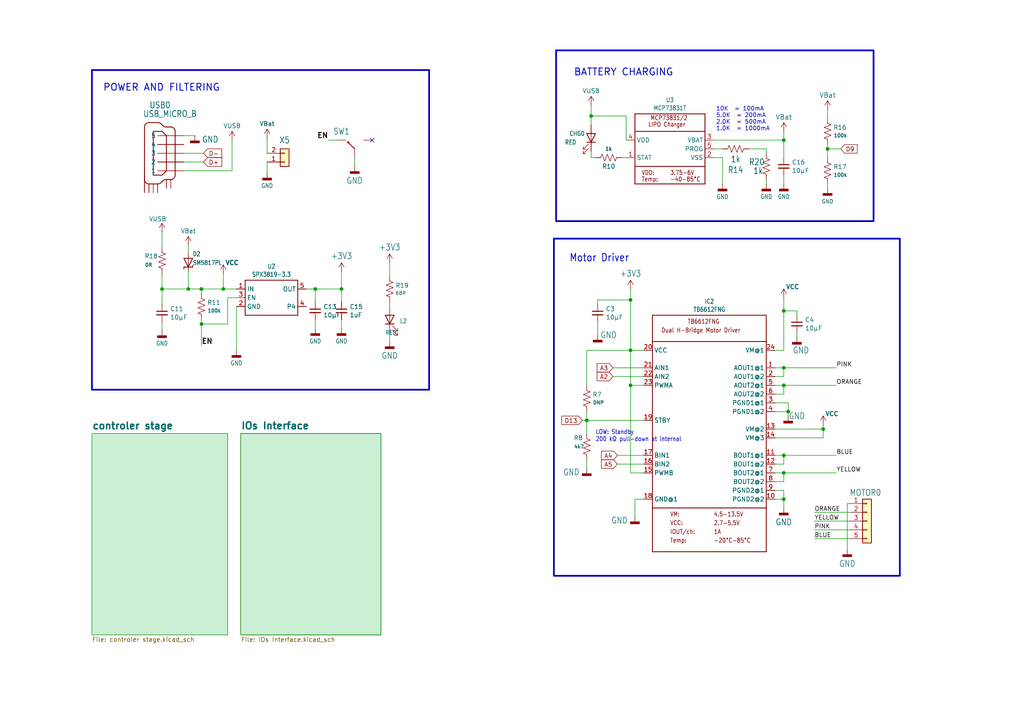
<source format=kicad_sch>
(kicad_sch (version 20250114) (generator "eeschema") (generator_version "9.0")
  (paper "A4")
  (lib_symbols
    (symbol "Connector_Generic:Conn_01x02" (pin_names (offset 1.016) (hide yes))
      (property "Reference" "J" (at 0 2.54 0))
      (property "Value" "Conn_01x02" (at 0 -5.08 0))
      (symbol "Conn_01x02_1_1"
        (rectangle (start -1.27 1.27) (end 1.27 -3.81) (stroke (width 0.254)) (fill (type background)))
        (rectangle (start -1.27 0.127) (end 0 -0.127) (stroke (width 0.1524)))
        (rectangle (start -1.27 -2.413) (end 0 -2.667) (stroke (width 0.1524)))
        (pin passive line (at -5.08 0 0) (length 3.81) (name "Pin_1") (number "1"))
        (pin passive line (at -5.08 -2.54 0) (length 3.81) (name "Pin_2") (number "2"))
      )
    )
    (symbol "Connector_Generic:Conn_01x05" (pin_names (offset 1.016) (hide yes))
      (property "Reference" "J" (at 0 7.62 0))
      (property "Value" "Conn_01x05" (at 0 -7.62 0))
      (symbol "Conn_01x05_1_1"
        (rectangle (start -1.27 6.35) (end 1.27 -6.35) (stroke (width 0.254)) (fill (type background)))
        (rectangle (start -1.27 5.207) (end 0 4.953) (stroke (width 0.1524)))
        (rectangle (start -1.27 2.667) (end 0 2.413) (stroke (width 0.1524)))
        (rectangle (start -1.27 0.127) (end 0 -0.127) (stroke (width 0.1524)))
        (rectangle (start -1.27 -2.413) (end 0 -2.667) (stroke (width 0.1524)))
        (rectangle (start -1.27 -4.953) (end 0 -5.207) (stroke (width 0.1524)))
        (pin passive line (at -5.08 5.08 0) (length 3.81) (name "Pin_1") (number "1"))
        (pin passive line (at -5.08 2.54 0) (length 3.81) (name "Pin_2") (number "2"))
        (pin passive line (at -5.08 0 0) (length 3.81) (name "Pin_3") (number "3"))
        (pin passive line (at -5.08 -2.54 0) (length 3.81) (name "Pin_4") (number "4"))
        (pin passive line (at -5.08 -5.08 0) (length 3.81) (name "Pin_5") (number "5"))
      )
    )
    (symbol "Device:C_Small" (pin_numbers (hide yes)) (pin_names (offset 0.254) (hide yes))
      (property "Reference" "C" (at 0.254 1.778 0))
      (property "Value" "C_Small" (at 0.254 -2.032 0))
      (symbol "C_Small_0_1"
        (polyline (pts (xy -1.524 0.508) (xy 1.524 0.508)) (stroke (width 0.3048)))
        (polyline (pts (xy -1.524 -0.508) (xy 1.524 -0.508)) (stroke (width 0.3302)))
      )
      (symbol "C_Small_1_1"
        (pin passive line (at 0 2.54 270) (length 2.032) (name "~") (number "1"))
        (pin passive line (at 0 -2.54 90) (length 2.032) (name "~") (number "2"))
      )
    )
    (symbol "Device:LED" (pin_numbers (hide yes)) (pin_names (offset 1.016) (hide yes))
      (property "Reference" "D" (at 0 2.54 0))
      (property "Value" "LED" (at 0 -2.54 0))
      (symbol "LED_0_1"
        (polyline (pts (xy -3.048 -0.762) (xy -4.572 -2.286) (xy -3.81 -2.286) (xy -4.572 -2.286) (xy -4.572 -1.524)))
        (polyline (pts (xy -1.778 -0.762) (xy -3.302 -2.286) (xy -2.54 -2.286) (xy -3.302 -2.286) (xy -3.302 -1.524)))
        (polyline (pts (xy -1.27 0) (xy 1.27 0)))
        (polyline (pts (xy -1.27 -1.27) (xy -1.27 1.27)) (stroke (width 0.254)))
        (polyline (pts (xy 1.27 -1.27) (xy 1.27 1.27) (xy -1.27 0) (xy 1.27 -1.27)) (stroke (width 0.254)))
      )
      (symbol "LED_1_1"
        (pin passive line (at -3.81 0 0) (length 2.54) (name "K") (number "1"))
        (pin passive line (at 3.81 0 180) (length 2.54) (name "A") (number "2"))
      )
    )
    (symbol "Device:R_US" (pin_numbers (hide yes)) (pin_names (offset 0))
      (property "Reference" "R" (at 2.54 0 90))
      (property "Value" "R_US" (at -2.54 0 90))
      (symbol "R_US_0_1"
        (polyline (pts (xy 0 2.286) (xy 0 2.54)))
        (polyline (pts (xy 0 2.286) (xy 1.016 1.905) (xy 0 1.524) (xy -1.016 1.143) (xy 0 0.762)))
        (polyline (pts (xy 0 0.762) (xy 1.016 0.381) (xy 0 0) (xy -1.016 -0.381) (xy 0 -0.762)))
        (polyline (pts (xy 0 -0.762) (xy 1.016 -1.143) (xy 0 -1.524) (xy -1.016 -1.905) (xy 0 -2.286)))
        (polyline (pts (xy 0 -2.286) (xy 0 -2.54)))
      )
      (symbol "R_US_1_1"
        (pin passive line (at 0 3.81 270) (length 1.27) (name "~") (number "1"))
        (pin passive line (at 0 -3.81 90) (length 1.27) (name "~") (number "2"))
      )
    )
    (symbol "FED3_v7.3 SymLib:DIODE-SCHOTTKYSOD-123"
      (property "Reference" "D" (at 0 2.54 0))
      (symbol "DIODE-SCHOTTKYSOD-123_1_0"
        (polyline (pts (xy -1.27 1.27) (xy -1.27 -1.27)) (stroke (width 0.254)))
        (polyline (pts (xy -1.27 -1.27) (xy 1.27 0)) (stroke (width 0.254)))
        (polyline (pts (xy 1.27 1.27) (xy 0.762 1.27)) (stroke (width 0.254)))
        (polyline (pts (xy 1.27 1.27) (xy 1.27 0)) (stroke (width 0.254)))
        (polyline (pts (xy 1.27 0) (xy -1.27 1.27)) (stroke (width 0.254)))
        (polyline (pts (xy 1.27 0) (xy 1.27 -1.27)) (stroke (width 0.254)))
        (polyline (pts (xy 1.27 -1.27) (xy 1.778 -1.27)) (stroke (width 0.254)))
        (pin passive line (at -2.54 0 0) (length 2.54) (name "A") (number "2"))
        (pin passive line (at 2.54 0 180) (length 2.54) (name "K") (number "1"))
      )
    )
    (symbol "FED3_v7.3 SymLib:MCP73831/2"
      (property "Reference" "U" (at -10.16 11.43 0))
      (symbol "MCP73831/2_1_0"
        (polyline (pts (xy -10.16 10.16) (xy -10.16 5.08)) (stroke (width 0.254)))
        (polyline (pts (xy -10.16 10.16) (xy 10.16 10.16)) (stroke (width 0.254)))
        (polyline (pts (xy -10.16 5.08) (xy 10.16 5.08)) (stroke (width 0.254)))
        (polyline (pts (xy -10.16 -5.08) (xy -10.16 5.08)) (stroke (width 0.254)))
        (polyline (pts (xy -10.16 -5.08) (xy -10.16 -10.16)) (stroke (width 0.254)))
        (polyline (pts (xy 10.16 10.16) (xy 10.16 5.08)) (stroke (width 0.254)))
        (polyline (pts (xy 10.16 5.08) (xy 10.16 -5.08)) (stroke (width 0.254)))
        (polyline (pts (xy 10.16 -5.08) (xy -10.16 -5.08)) (stroke (width 0.254)))
        (polyline (pts (xy 10.16 -5.08) (xy 10.16 -10.16)) (stroke (width 0.254)))
        (polyline (pts (xy 10.16 -10.16) (xy -10.16 -10.16)) (stroke (width 0.254)))
        (text "VDD:" (at -8.255 -7.62 0) (effects (font (size 1.27 1.0795)) (justify left bottom)))
        (text "Temp:" (at -8.255 -9.525 0) (effects (font (size 1.27 1.0795)) (justify left bottom)))
        (text "LIPO Charger" (at -6.35 6.35 0) (effects (font (size 1.27 1.0795)) (justify left bottom)))
        (text "MCP73831/2" (at -5.715 8.255 0) (effects (font (size 1.27 1.0795)) (justify left bottom)))
        (text "3.75-6V" (at 0 -7.62 0) (effects (font (size 1.27 1.0795)) (justify left bottom)))
        (text "-40-85°C" (at 0 -9.525 0) (effects (font (size 1.27 1.0795)) (justify left bottom)))
        (pin power_in line (at -12.7 2.54 0) (length 2.54) (name "VDD") (number "4"))
        (pin output line (at -12.7 -2.54 0) (length 2.54) (name "STAT") (number "1"))
        (pin power_in line (at 12.7 2.54 180) (length 2.54) (name "VBAT") (number "3"))
        (pin input line (at 12.7 0 180) (length 2.54) (name "PROG") (number "5"))
        (pin power_in line (at 12.7 -2.54 180) (length 2.54) (name "VSS") (number "2"))
      )
    )
    (symbol "FED3_v7.3 SymLib:SSSS811101"
      (symbol "SSSS811101_1_0"
        (circle (center -1.905 -0.635) (radius 0.0567) (stroke (width 0.254)))
        (polyline (pts (xy 0 -2.54) (xy -1.905 -0.635)) (stroke (width 0.254)))
        (pin bidirectional line (at -5.08 0 0) (length 2.54) (name "1") (number "1"))
        (pin bidirectional line (at -5.08 -3.81 90) (length 2.54) (hide yes) (name "SHIELD@1") (number "SHIELD@1"))
        (pin bidirectional line (at -3.81 -3.81 90) (length 2.54) (hide yes) (name "SHIELD@2") (number "SHIELD@2"))
        (pin bidirectional line (at -2.54 -3.81 90) (length 2.54) (hide yes) (name "SHIELD@3") (number "SHIELD@3"))
        (pin bidirectional line (at -1.27 -3.81 90) (length 2.54) (hide yes) (name "SHIELD@4") (number "SHIELD@4"))
        (pin bidirectional line (at 0 -5.08 90) (length 2.54) (name "2") (number "2"))
        (pin bidirectional line (at 5.08 0 180) (length 2.54) (name "3") (number "3"))
      )
    )
    (symbol "FED3_v7.3 SymLib:TB6612FNGSSOP"
      (property "Reference" "U" (at -15.24 35.56 0))
      (symbol "TB6612FNGSSOP_1_0"
        (polyline (pts (xy -15.24 33.02) (xy 17.78 33.02)) (stroke (width 0.254)))
        (polyline (pts (xy -15.24 25.4) (xy -15.24 33.02)) (stroke (width 0.254)))
        (polyline (pts (xy -15.24 25.4) (xy 17.78 25.4)) (stroke (width 0.254)))
        (polyline (pts (xy -15.24 -22.86) (xy -15.24 25.4)) (stroke (width 0.254)))
        (polyline (pts (xy -15.24 -22.86) (xy -15.24 -35.56)) (stroke (width 0.254)))
        (polyline (pts (xy -15.24 -35.56) (xy 17.78 -35.56)) (stroke (width 0.254)))
        (polyline (pts (xy 17.78 33.02) (xy 17.78 25.4)) (stroke (width 0.254)))
        (polyline (pts (xy 17.78 25.4) (xy 17.78 -22.86)) (stroke (width 0.254)))
        (polyline (pts (xy 17.78 -22.86) (xy -15.24 -22.86)) (stroke (width 0.254)))
        (polyline (pts (xy 17.78 -35.56) (xy 17.78 -22.86)) (stroke (width 0.254)))
        (text "Dual H-Bridge Motor Driver" (at -12.7 27.94 0) (effects (font (size 1.27 1.0795)) (justify left bottom)))
        (text "VM:" (at -10.16 -25.4 0) (effects (font (size 1.27 1.0795)) (justify left bottom)))
        (text "VCC:" (at -10.16 -27.94 0) (effects (font (size 1.27 1.0795)) (justify left bottom)))
        (text "IOUT/ch:" (at -10.16 -30.48 0) (effects (font (size 1.27 1.0795)) (justify left bottom)))
        (text "Temp:" (at -10.16 -33.02 0) (effects (font (size 1.27 1.0795)) (justify left bottom)))
        (text "TB6612FNG" (at -5.08 30.48 0) (effects (font (size 1.27 1.0795)) (justify left bottom)))
        (text "4.5-13.5V" (at 2.54 -25.4 0) (effects (font (size 1.27 1.0795)) (justify left bottom)))
        (text "2.7-5.5V" (at 2.54 -27.94 0) (effects (font (size 1.27 1.0795)) (justify left bottom)))
        (text "1A" (at 2.54 -30.48 0) (effects (font (size 1.27 1.0795)) (justify left bottom)))
        (text "-20°C-85°C" (at 2.54 -33.02 0) (effects (font (size 1.27 1.0795)) (justify left bottom)))
        (pin power_in line (at -17.78 22.86 0) (length 2.54) (name "VCC") (number "20"))
        (pin input line (at -17.78 17.78 0) (length 2.54) (name "AIN1") (number "21"))
        (pin input line (at -17.78 15.24 0) (length 2.54) (name "AIN2") (number "22"))
        (pin input line (at -17.78 12.7 0) (length 2.54) (name "PWMA") (number "23"))
        (pin input line (at -17.78 2.54 0) (length 2.54) (name "STBY") (number "19"))
        (pin input line (at -17.78 -7.62 0) (length 2.54) (name "BIN1") (number "17"))
        (pin input line (at -17.78 -10.16 0) (length 2.54) (name "BIN2") (number "16"))
        (pin input line (at -17.78 -12.7 0) (length 2.54) (name "PWMB") (number "15"))
        (pin power_in line (at -17.78 -20.32 0) (length 2.54) (name "GND@1") (number "18"))
        (pin power_in line (at 20.32 22.86 180) (length 2.54) (name "VM@1") (number "24"))
        (pin output line (at 20.32 17.78 180) (length 2.54) (name "AOUT1@1") (number "1"))
        (pin output line (at 20.32 15.24 180) (length 2.54) (name "AOUT1@2") (number "2"))
        (pin output line (at 20.32 12.7 180) (length 2.54) (name "AOUT2@1") (number "5"))
        (pin output line (at 20.32 10.16 180) (length 2.54) (name "AOUT2@2") (number "6"))
        (pin power_in line (at 20.32 7.62 180) (length 2.54) (name "PGND1@1") (number "3"))
        (pin power_in line (at 20.32 5.08 180) (length 2.54) (name "PGND1@2") (number "4"))
        (pin power_in line (at 20.32 0 180) (length 2.54) (name "VM@2") (number "13"))
        (pin power_in line (at 20.32 -2.54 180) (length 2.54) (name "VM@3") (number "14"))
        (pin output line (at 20.32 -7.62 180) (length 2.54) (name "BOUT1@1") (number "11"))
        (pin output line (at 20.32 -10.16 180) (length 2.54) (name "BOUT1@2") (number "12"))
        (pin output line (at 20.32 -12.7 180) (length 2.54) (name "BOUT2@1") (number "7"))
        (pin output line (at 20.32 -15.24 180) (length 2.54) (name "BOUT2@2") (number "8"))
        (pin power_in line (at 20.32 -17.78 180) (length 2.54) (name "PGND2@1") (number "9"))
        (pin power_in line (at 20.32 -20.32 180) (length 2.54) (name "PGND2@2") (number "10"))
      )
    )
    (symbol "FED3_v7.3 SymLib:USB_MICRO_B"
      (symbol "USB_MICRO_B_1_0"
        (polyline (pts (xy -6.35 7.62) (xy -6.35 -7.62)) (stroke (width 0.254)))
        (polyline (pts (xy -5.08 8.89) (xy -2.54 8.89)) (stroke (width 0.254)))
        (polyline (pts (xy -5.08 -8.89) (xy -2.54 -8.89)) (stroke (width 0.254)))
        (arc (start -6.35 7.62) (mid -5.978 8.518) (end -5.08 8.89) (stroke (width 0.254)))
        (arc (start -5.08 -8.89) (mid -5.978 -8.518) (end -6.35 -7.62) (stroke (width 0.254)))
        (polyline (pts (xy -3.81 6.35) (xy -1.27 6.35)) (stroke (width 0.254)))
        (polyline (pts (xy -3.81 -6.35) (xy -3.81 6.35)) (stroke (width 0.254)))
        (arc (start -2.54 8.89) (mid -1.83 8.7224) (end -1.2699 8.255) (stroke (width 0.254)))
        (arc (start -1.2699 -8.255) (mid -1.83 -8.7224) (end -2.54 -8.89) (stroke (width 0.254)))
        (polyline (pts (xy -1.27 6.35) (xy 0 5.08)) (stroke (width 0.254)))
        (polyline (pts (xy -1.27 -6.35) (xy -3.81 -6.35)) (stroke (width 0.254)))
        (arc (start 0 7.62) (mid -0.71 7.7876) (end -1.27 8.255) (stroke (width 0.254)))
        (arc (start -1.27 -8.255) (mid -0.71 -7.7876) (end 0 -7.62) (stroke (width 0.254)))
        (polyline (pts (xy 0 7.62) (xy 1.27 7.62)) (stroke (width 0.254)))
        (polyline (pts (xy 0 5.08) (xy 0 -5.08)) (stroke (width 0.254)))
        (polyline (pts (xy 0 -5.08) (xy -1.27 -6.35)) (stroke (width 0.254)))
        (polyline (pts (xy 0 -7.62) (xy 1.27 -7.62)) (stroke (width 0.254)))
        (arc (start 1.27 7.62) (mid 2.168 7.248) (end 2.54 6.35) (stroke (width 0.254)))
        (arc (start 2.54 -6.35) (mid 2.168 -7.248) (end 1.27 -7.62) (stroke (width 0.254)))
        (polyline (pts (xy 2.54 -6.35) (xy 2.54 6.35)) (stroke (width 0.254)))
        (pin bidirectional line (at -6.35 -11.43 90) (length 5.08) (name "P$4") (number "SHIELD_4"))
        (pin bidirectional line (at -5.08 -11.43 90) (length 2.54) (name "P$3") (number "SHIELD_2"))
        (pin bidirectional line (at -3.81 -11.43 90) (length 2.54) (name "P$2") (number "SHIELD_1"))
        (pin bidirectional line (at -2.54 -11.43 90) (length 2.54) (name "P$1") (number "SHIELD_3"))
        (pin bidirectional line (at 0 -10.16 90) (length 2.54) (name "P$6") (number "P$7"))
        (pin bidirectional line (at 1.27 -10.16 90) (length 2.54) (name "P$5") (number "P$6"))
        (pin bidirectional line (at 5.08 5.08 180) (length 7.62) (name "5") (number "P$5"))
        (pin bidirectional line (at 5.08 2.54 180) (length 7.62) (name "4") (number "P$4"))
        (pin bidirectional line (at 5.08 0 180) (length 7.62) (name "3") (number "P$3"))
        (pin bidirectional line (at 5.08 -2.54 180) (length 7.62) (name "2") (number "P$2"))
        (pin bidirectional line (at 5.08 -5.08 180) (length 7.62) (name "1") (number "P$1"))
      )
    )
    (symbol "FED3_v7.3 SymLib:VREG_SOT23-5"
      (property "Reference" "U" (at -7.62 6.096 0))
      (symbol "VREG_SOT23-5_1_0"
        (polyline (pts (xy -7.62 5.08) (xy 7.62 5.08)) (stroke (width 0.254)))
        (polyline (pts (xy -7.62 -5.08) (xy -7.62 5.08)) (stroke (width 0.254)))
        (polyline (pts (xy 7.62 5.08) (xy 7.62 -5.08)) (stroke (width 0.254)))
        (polyline (pts (xy 7.62 -5.08) (xy -7.62 -5.08)) (stroke (width 0.254)))
        (pin power_in line (at -10.16 2.54 0) (length 2.54) (name "IN") (number "1"))
        (pin input line (at -10.16 0 0) (length 2.54) (name "EN") (number "3"))
        (pin power_in line (at -10.16 -2.54 0) (length 2.54) (name "GND") (number "2"))
        (pin power_in line (at 10.16 2.54 180) (length 2.54) (name "OUT") (number "5"))
        (pin bidirectional line (at 10.16 -2.54 180) (length 2.54) (name "P4") (number "4"))
      )
    )
    (symbol "FED3_v7.3 SymLib:VUSB" (power) (pin_numbers (hide yes)) (pin_names (offset 0) (hide yes))
      (property "Value" "VUSB" (at 0 3.556 0))
      (symbol "VUSB_0_1"
        (polyline (pts (xy -0.762 1.27) (xy 0 2.54)))
        (polyline (pts (xy 0 2.54) (xy 0.762 1.27)))
        (polyline (pts (xy 0 0) (xy 0 2.54)))
      )
      (symbol "VUSB_1_1"
        (pin power_in line (at 0 0 90) (length 0) (name "~") (number "1"))
      )
    )
    (symbol "FED3_v7.3 SymLib:V_Batt" (power) (pin_numbers (hide yes)) (pin_names (offset 0) (hide yes))
      (property "Value" "V_Batt" (at 0 3.556 0))
      (symbol "V_Batt_0_1"
        (polyline (pts (xy -0.762 1.27) (xy 0 2.54)))
        (polyline (pts (xy 0 2.54) (xy 0.762 1.27)))
        (polyline (pts (xy 0 0) (xy 0 2.54)))
      )
      (symbol "V_Batt_1_1"
        (pin power_in line (at 0 0 90) (length 0) (name "~") (number "1"))
      )
    )
    (symbol "power:+3V3" (power) (pin_numbers (hide yes)) (pin_names (offset 0) (hide yes))
      (property "Value" "+3V3" (at 0 3.556 0))
      (symbol "+3V3_0_1"
        (polyline (pts (xy -0.762 1.27) (xy 0 2.54)))
        (polyline (pts (xy 0 2.54) (xy 0.762 1.27)))
        (polyline (pts (xy 0 0) (xy 0 2.54)))
      )
      (symbol "+3V3_1_1"
        (pin power_in line (at 0 0 90) (length 0) (name "~") (number "1"))
      )
    )
    (symbol "power:GNDD" (power) (pin_numbers (hide yes)) (pin_names (offset 0) (hide yes))
      (property "Value" "GNDD" (at 0 -3.175 0))
      (symbol "GNDD_0_1"
        (rectangle (start -1.27 -1.524) (end 1.27 -2.032) (stroke (width 0.254)) (fill (type outline)))
        (polyline (pts (xy 0 0) (xy 0 -1.524)))
      )
      (symbol "GNDD_1_1"
        (pin power_in line (at 0 0 270) (length 0) (name "~") (number "1"))
      )
    )
    (symbol "power:VCC" (power) (pin_numbers (hide yes)) (pin_names (offset 0) (hide yes))
      (property "Value" "VCC" (at 0 3.556 0))
      (symbol "VCC_0_1"
        (polyline (pts (xy -0.762 1.27) (xy 0 2.54)))
        (polyline (pts (xy 0 2.54) (xy 0.762 1.27)))
        (polyline (pts (xy 0 0) (xy 0 2.54)))
      )
      (symbol "VCC_1_1"
        (pin power_in line (at 0 0 90) (length 0) (name "~") (number "1"))
      )
    )
  )
  (rectangle (start 161.29 14.605) (end 253.365 64.135) (stroke (width 0.5)))
  (rectangle (start 160.655 69.215) (end 260.985 167.005) (stroke (width 0.5)))
  (rectangle (start 26.67 20.32) (end 124.46 113.03) (stroke (width 0.5)))
  (text "Motor Driver" (at 165.1 76.2 0) (effects (font (size 2.1844 1.8567) (thickness 0.2321)) (justify left bottom)))
  (text "POWER AND FILTERING" (at 29.845 26.67 0) (effects (font (size 2 2) (thickness 0.25)) (justify left bottom)))
  (text "5.0K  = 200mA" (at 207.645 34.29 0) (effects (font (size 1.2 1.2)) (justify left bottom)))
  (text "BATTERY CHARGING" (at 166.37 22.225 0) (effects (font (size 2 2) (thickness 0.25)) (justify left bottom)))
  (text "2.0K  = 500mA" (at 207.645 36.195 0) (effects (font (size 1.2 1.2)) (justify left bottom)))
  (text "1.0K  = 1000mA" (at 207.645 38.1 0) (effects (font (size 1.2 1.2)) (justify left bottom)))
  (text "10K  = 100mA" (at 207.645 32.385 0) (effects (font (size 1.2 1.2)) (justify left bottom)))
  (text "LOW: Standby\n200 kΩ pull-down at internal" (at 172.72 128.27 0) (effects (font (size 1.27 1.0795)) (justify left bottom)))
  (junction (at 227.33 137.16))
  (junction (at 58.42 93.98))
  (junction (at 240.03 43.18))
  (junction (at 170.18 121.92))
  (junction (at 227.33 40.64))
  (junction (at 228.6 119.38))
  (junction (at 182.88 111.76))
  (junction (at 227.33 106.68))
  (junction (at 64.77 83.82))
  (junction (at 227.33 111.76))
  (junction (at 99.06 83.82))
  (junction (at 46.99 83.82))
  (junction (at 91.44 83.82))
  (junction (at 58.42 83.82))
  (junction (at 238.76 124.46))
  (junction (at 182.88 86.995))
  (junction (at 182.88 101.6))
  (junction (at 227.33 132.08))
  (junction (at 54.61 83.82))
  (junction (at 227.33 144.78))
  (junction (at 227.33 90.17))
  (junction (at 171.45 33.655))
  (no_connect (at 107.95 40.64))
  (wire (pts (xy 224.79 124.46) (xy 234.95 124.46)) (stroke (width 0.1524)))
  (wire (pts (xy 228.6 116.84) (xy 228.6 119.38)) (stroke (width 0.1524)))
  (wire (pts (xy 171.45 33.655) (xy 181.61 33.655)) (stroke (width 0.1524)))
  (wire (pts (xy 224.79 114.3) (xy 227.33 114.3)) (stroke (width 0.1524)))
  (wire (pts (xy 77.47 50.165) (xy 77.47 46.99)) (stroke (width 0.1524)))
  (wire (pts (xy 64.77 83.82) (xy 68.58 83.82)) (stroke (width 0.1524)))
  (wire (pts (xy 224.79 127) (xy 238.76 127)) (stroke (width 0.1524)))
  (wire (pts (xy 54.61 71.12) (xy 54.61 73.66)) (stroke (width 0.1524)))
  (wire (pts (xy 184.15 147.32) (xy 184.15 149.86)))
  (wire (pts (xy 182.88 86.995) (xy 182.88 83.82)) (stroke (width 0.1524)))
  (wire (pts (xy 97.79 40.64) (xy 95.25 40.64)) (stroke (width 0.1524)))
  (wire (pts (xy 102.87 45.72) (xy 102.87 48.26)) (stroke (width 0.1524)))
  (wire (pts (xy 224.79 109.22) (xy 227.33 109.22)) (stroke (width 0.1524)))
  (wire (pts (xy 46.99 93.345) (xy 46.99 95.885)) (stroke (width 0.1524)))
  (wire (pts (xy 227.33 40.64) (xy 227.33 45.72)) (stroke (width 0.1524)))
  (wire (pts (xy 171.45 36.195) (xy 171.45 33.655)) (stroke (width 0.1524)))
  (wire (pts (xy 231.14 91.44) (xy 231.14 90.17)) (stroke (width 0.1524)))
  (wire (pts (xy 246.38 153.67) (xy 236.22 153.67)) (stroke (width 0.1524)))
  (wire (pts (xy 91.44 83.82) (xy 99.06 83.82)) (stroke (width 0.1524)))
  (wire (pts (xy 58.42 85.09) (xy 58.42 83.82)))
  (wire (pts (xy 227.33 106.68) (xy 242.57 106.68)) (stroke (width 0.1524)))
  (wire (pts (xy 209.55 45.72) (xy 209.55 53.34)) (stroke (width 0.1524)))
  (wire (pts (xy 227.33 132.08) (xy 242.57 132.08)) (stroke (width 0.1524)))
  (wire (pts (xy 227.33 139.7) (xy 227.33 137.16)) (stroke (width 0.1524)))
  (wire (pts (xy 91.44 92.71) (xy 91.44 95.25)) (stroke (width 0.1524)))
  (wire (pts (xy 227.33 38.1) (xy 227.33 40.64)))
  (wire (pts (xy 186.69 132.08) (xy 179.07 132.08)) (stroke (width 0.1524)))
  (wire (pts (xy 182.88 111.76) (xy 182.88 137.16)) (stroke (width 0.1524)))
  (wire (pts (xy 55.88 83.82) (xy 58.42 83.82)))
  (wire (pts (xy 170.18 133.35) (xy 170.18 135.89)) (stroke (width 0.1524)))
  (wire (pts (xy 238.76 123.19) (xy 238.76 124.46)))
  (wire (pts (xy 207.01 45.72) (xy 209.55 45.72)) (stroke (width 0.1524)))
  (wire (pts (xy 227.33 90.17) (xy 227.33 101.6)) (stroke (width 0.1524)))
  (wire (pts (xy 59.055 44.45) (xy 53.34 44.45)))
  (wire (pts (xy 91.44 85.09) (xy 91.44 83.82)) (stroke (width 0.1524)))
  (wire (pts (xy 227.33 144.78) (xy 227.33 147.32)) (stroke (width 0.1524)))
  (wire (pts (xy 240.03 53.34) (xy 240.03 54.61)))
  (wire (pts (xy 99.06 83.82) (xy 99.06 85.09)) (stroke (width 0.1524)))
  (wire (pts (xy 238.76 124.46) (xy 238.76 127)))
  (wire (pts (xy 168.91 121.92) (xy 170.18 121.92)) (stroke (width 0.1524)))
  (wire (pts (xy 186.69 111.76) (xy 182.88 111.76)) (stroke (width 0.1524)))
  (wire (pts (xy 227.33 90.17) (xy 231.14 90.17)) (stroke (width 0.1524)))
  (wire (pts (xy 173.355 88.265) (xy 173.355 86.995)) (stroke (width 0.1524)))
  (wire (pts (xy 224.79 106.68) (xy 227.33 106.68)) (stroke (width 0.1524)))
  (wire (pts (xy 171.45 43.815) (xy 171.45 45.72)) (stroke (width 0.1524)))
  (wire (pts (xy 99.06 85.09) (xy 99.06 87.63)))
  (wire (pts (xy 222.25 44.45) (xy 222.25 43.18)))
  (wire (pts (xy 173.355 86.995) (xy 182.88 86.995)) (stroke (width 0.1524)))
  (wire (pts (xy 246.38 156.21) (xy 236.22 156.21)) (stroke (width 0.1524)))
  (wire (pts (xy 224.79 119.38) (xy 228.6 119.38)) (stroke (width 0.1524)))
  (wire (pts (xy 228.6 119.38) (xy 228.6 120.65)) (stroke (width 0.1524)))
  (wire (pts (xy 99.06 92.71) (xy 99.06 95.25)) (stroke (width 0.1524)))
  (wire (pts (xy 170.18 119.38) (xy 170.18 121.92)) (stroke (width 0.1524)))
  (wire (pts (xy 113.03 76.2) (xy 113.03 80.01)) (stroke (width 0.1524)))
  (wire (pts (xy 227.33 40.64) (xy 207.01 40.64)) (stroke (width 0.1524)))
  (wire (pts (xy 243.84 43.18) (xy 240.03 43.18)))
  (wire (pts (xy 246.38 151.13) (xy 236.22 151.13)) (stroke (width 0.1524)))
  (wire (pts (xy 224.79 137.16) (xy 227.33 137.16)) (stroke (width 0.1524)))
  (wire (pts (xy 227.33 111.76) (xy 227.33 114.3)) (stroke (width 0.1524)))
  (wire (pts (xy 246.38 146.05) (xy 245.745 146.05)) (stroke (width 0.1524)))
  (wire (pts (xy 91.44 85.09) (xy 91.44 87.63)))
  (wire (pts (xy 186.69 109.22) (xy 177.8 109.22)) (stroke (width 0.1524)))
  (wire (pts (xy 186.69 134.62) (xy 179.07 134.62)) (stroke (width 0.1524)))
  (wire (pts (xy 67.31 40.64) (xy 67.31 49.53)) (stroke (width 0.1524)))
  (wire (pts (xy 227.33 86.36) (xy 227.33 90.17)) (stroke (width 0.1524)))
  (wire (pts (xy 170.18 101.6) (xy 182.88 101.6)) (stroke (width 0.1524)))
  (wire (pts (xy 224.79 139.7) (xy 227.33 139.7)) (stroke (width 0.1524)))
  (wire (pts (xy 224.79 142.24) (xy 227.33 142.24)) (stroke (width 0.1524)))
  (wire (pts (xy 58.42 92.71) (xy 58.42 93.98)) (stroke (width 0.1524)))
  (wire (pts (xy 180.34 45.72) (xy 181.61 45.72)) (stroke (width 0.1524)))
  (wire (pts (xy 224.79 144.78) (xy 227.33 144.78)) (stroke (width 0.1524)))
  (wire (pts (xy 231.14 96.52) (xy 231.14 97.79)))
  (wire (pts (xy 59.055 46.99) (xy 53.34 46.99)))
  (wire (pts (xy 238.76 124.46) (xy 234.95 124.46)))
  (wire (pts (xy 227.33 142.24) (xy 227.33 144.78)) (stroke (width 0.1524)))
  (wire (pts (xy 99.06 83.82) (xy 99.06 78.74)) (stroke (width 0.1524)))
  (wire (pts (xy 171.45 30.48) (xy 171.45 33.655)) (stroke (width 0.1524)))
  (wire (pts (xy 227.33 111.76) (xy 242.57 111.76)) (stroke (width 0.1524)))
  (wire (pts (xy 77.47 40.005) (xy 77.47 44.45)) (stroke (width 0.1524)))
  (wire (pts (xy 170.18 121.92) (xy 170.18 125.73)) (stroke (width 0.1524)))
  (wire (pts (xy 224.79 132.08) (xy 227.33 132.08)) (stroke (width 0.1524)))
  (wire (pts (xy 66.04 93.98) (xy 66.04 86.36)) (stroke (width 0.1524)))
  (wire (pts (xy 186.69 101.6) (xy 182.88 101.6)) (stroke (width 0.1524)))
  (wire (pts (xy 68.58 88.9) (xy 68.58 101.6)) (stroke (width 0.1524)))
  (wire (pts (xy 46.99 79.375) (xy 46.99 83.82)) (stroke (width 0.1524)))
  (wire (pts (xy 227.33 101.6) (xy 224.79 101.6)))
  (wire (pts (xy 170.18 121.92) (xy 186.69 121.92)) (stroke (width 0.1524)))
  (wire (pts (xy 222.25 52.07) (xy 222.25 53.34)))
  (wire (pts (xy 224.79 134.62) (xy 227.33 134.62)) (stroke (width 0.1524)))
  (wire (pts (xy 228.6 116.84) (xy 224.79 116.84)) (stroke (width 0.1524)))
  (wire (pts (xy 224.79 111.76) (xy 227.33 111.76)) (stroke (width 0.1524)))
  (wire (pts (xy 182.88 101.6) (xy 182.88 111.76)) (stroke (width 0.1524)))
  (wire (pts (xy 58.42 93.98) (xy 66.04 93.98)) (stroke (width 0.1524)))
  (wire (pts (xy 64.77 79.375) (xy 64.77 83.82)))
  (wire (pts (xy 227.33 106.68) (xy 227.33 109.22)) (stroke (width 0.1524)))
  (wire (pts (xy 182.88 101.6) (xy 182.88 86.995)) (stroke (width 0.1524)))
  (wire (pts (xy 173.355 93.345) (xy 173.355 97.155)) (stroke (width 0.1524)))
  (wire (pts (xy 46.99 83.82) (xy 46.99 88.265)) (stroke (width 0.1524)))
  (wire (pts (xy 246.38 148.59) (xy 236.22 148.59)) (stroke (width 0.1524)))
  (wire (pts (xy 46.99 67.31) (xy 46.99 71.755)) (stroke (width 0.1524)))
  (wire (pts (xy 186.69 106.68) (xy 177.8 106.68)) (stroke (width 0.1524)))
  (wire (pts (xy 227.33 134.62) (xy 227.33 132.08)) (stroke (width 0.1524)))
  (wire (pts (xy 240.03 43.18) (xy 240.03 41.91)))
  (wire (pts (xy 240.03 31.75) (xy 240.03 34.29)))
  (wire (pts (xy 66.04 86.36) (xy 68.58 86.36)) (stroke (width 0.1524)))
  (wire (pts (xy 54.61 78.74) (xy 54.61 83.82)) (stroke (width 0.1524)))
  (wire (pts (xy 67.31 49.53) (xy 53.34 49.53)) (stroke (width 0.1524)))
  (wire (pts (xy 171.45 45.72) (xy 172.72 45.72)) (stroke (width 0.1524)))
  (wire (pts (xy 222.25 43.18) (xy 217.17 43.18)))
  (wire (pts (xy 181.61 33.655) (xy 181.61 40.64)) (stroke (width 0.1524)))
  (wire (pts (xy 186.69 137.16) (xy 182.88 137.16)) (stroke (width 0.1524)))
  (wire (pts (xy 56.515 39.37) (xy 53.34 39.37)) (stroke (width 0.1524)))
  (wire (pts (xy 186.69 144.78) (xy 184.15 144.78)) (stroke (width 0.1524)))
  (wire (pts (xy 88.9 83.82) (xy 91.44 83.82)) (stroke (width 0.1524)))
  (wire (pts (xy 46.99 83.82) (xy 54.61 83.82)) (stroke (width 0.1524)))
  (wire (pts (xy 184.15 144.78) (xy 184.15 147.32)) (stroke (width 0.1524)))
  (wire (pts (xy 170.18 101.6) (xy 170.18 111.76)) (stroke (width 0.1524)))
  (wire (pts (xy 207.01 43.18) (xy 209.55 43.18)) (stroke (width 0.1524)))
  (wire (pts (xy 227.33 137.16) (xy 242.57 137.16)) (stroke (width 0.1524)))
  (wire (pts (xy 58.42 83.82) (xy 64.77 83.82)))
  (wire (pts (xy 240.03 43.18) (xy 240.03 45.72)))
  (wire (pts (xy 58.42 93.98) (xy 58.42 100.33)) (stroke (width 0.1524)))
  (wire (pts (xy 113.03 87.63) (xy 113.03 88.9)) (stroke (width 0.1524)))
  (wire (pts (xy 54.61 83.82) (xy 55.88 83.82)) (stroke (width 0.1524)))
  (wire (pts (xy 245.745 146.05) (xy 245.745 159.385)))
  (wire (pts (xy 227.33 50.8) (xy 227.33 53.34)))
  (wire (pts (xy 113.03 96.52) (xy 113.03 99.06)) (stroke (width 0.1524)))
  (label "ORANGE" (at 242.57 111.76 0) (effects (font (size 1.2446 1.2446))))
  (label "BLUE" (at 242.57 132.08 0) (effects (font (size 1.2446 1.2446))))
  (label "EN" (at 95.25 40.64 180) (effects (font (size 1.5 1.5) (thickness 0.3) (bold yes))))
  (label "ORANGE" (at 236.22 148.59 0) (effects (font (size 1.2446 1.2446))))
  (label "EN" (at 58.42 100.33 0) (effects (font (size 1.5 1.5) (thickness 0.3) (bold yes))))
  (label "YELLOW" (at 242.57 137.16 0) (effects (font (size 1.2446 1.2446))))
  (label "YELLOW" (at 236.22 151.13 0) (effects (font (size 1.2446 1.2446))))
  (label "BLUE" (at 236.22 156.21 0) (effects (font (size 1.2446 1.2446))))
  (label "PINK" (at 242.57 106.68 0) (effects (font (size 1.2446 1.2446))))
  (label "PINK" (at 236.22 153.67 0) (effects (font (size 1.2446 1.2446))))
  (global_label "A4" (shape input) (at 179.07 132.08 180) (effects (font (size 1.2446 1.2446))) (property "Intersheetrefs" "${INTERSHEET_REFS}" (effects (hide yes))))
  (global_label "A3" (shape input) (at 177.8 106.68 180) (effects (font (size 1.2446 1.2446))) (property "Intersheetrefs" "${INTERSHEET_REFS}" (effects (hide yes))))
  (global_label "D+" (shape input) (at 59.055 46.99 0) (property "Intersheetrefs" "${INTERSHEET_REFS}" (effects (hide yes))))
  (global_label "A2" (shape input) (at 177.8 109.22 180) (effects (font (size 1.2446 1.2446))) (property "Intersheetrefs" "${INTERSHEET_REFS}" (effects (hide yes))))
  (global_label "D13" (shape input) (at 168.91 121.92 180) (effects (font (size 1.2446 1.2446))) (property "Intersheetrefs" "${INTERSHEET_REFS}" (effects (hide yes))))
  (global_label "D-" (shape input) (at 59.055 44.45 0) (property "Intersheetrefs" "${INTERSHEET_REFS}" (effects (hide yes))))
  (global_label "D9" (shape input) (at 243.84 43.18 0) (effects (font (size 1.2446 1.2446))) (property "Intersheetrefs" "${INTERSHEET_REFS}" (effects (hide yes))))
  (global_label "A5" (shape input) (at 179.07 134.62 180) (effects (font (size 1.2446 1.2446))) (property "Intersheetrefs" "${INTERSHEET_REFS}" (effects (hide yes))))
  (symbol (lib_id "FED3_v7.3 SymLib:USB_MICRO_B") (at 48.26 44.45 0) (unit 1)
    (property "Reference" "USB0" (at 49.53 30.48 0) (effects (font (size 1.778 1.5113)) (justify right)))
    (property "Value" "USB_MICRO_B" (at 57.15 33.02 0) (effects (font (size 1.778 1.5113)) (justify right)))
    (property "Footprint" "FED3_v7.3:ZX62D-B-5P8" (effects (hide yes)))
    (property "Description" "USB 2.0 MICRO B R/A  DigiKey H125718CT-ND" (effects (hide yes)))
    (property "OEPSPN" "OEPS070117" (effects (hide yes)))
    (property "MPN" "ZX62D-B-5PA8(30)" (effects (hide yes)))
  )
  (symbol (lib_id "power:+3V3") (at 182.88 83.82 0) (mirror y) (unit 1)
    (property "Reference" "#+3V06" (effects (hide yes)))
    (property "Value" "+3V3" (at 182.88 79.3368 0) (effects (font (size 1.778 1.5113))))
  )
  (symbol (lib_id "Device:R_US") (at 58.42 88.9 0) (unit 1)
    (property "Reference" "R11" (at 60.071 87.7585 0) (effects (justify left)))
    (property "Value" "100k" (at 60.071 90.1122 0) (effects (font (size 1.016 1.016) (thickness 0.2032) (bold yes)) (justify left)))
    (property "Footprint" "Resistor_SMD:R_0402_1005Metric" (effects (hide yes)))
    (property "OEPSPN" "OEPS020019" (effects (hide yes)))
    (property "MPN" "ERJ-2RKF1003X" (effects (hide yes)))
  )
  (symbol (lib_id "FED3_v7.3 SymLib:V_Batt") (at 227.33 38.1 0) (unit 1)
    (property "Reference" "#PWR059" (effects (hide yes)))
    (property "Value" "VBat" (at 227.33 33.9669 0) (effects (font (size 1.397 1.397))))
    (property "Description" "Power symbol creates a global label with name \"V_Batt\"" (effects (hide yes)))
  )
  (symbol (lib_id "power:+3V3") (at 99.06 78.74 0) (mirror y) (unit 1)
    (property "Reference" "#+3V02" (effects (hide yes)))
    (property "Value" "+3V3" (at 99.06 74.2568 0) (effects (font (size 1.778 1.5113))))
  )
  (symbol (lib_id "FED3_v7.3 SymLib:V_Batt") (at 77.47 40.005 0) (unit 1)
    (property "Reference" "#PWR05" (effects (hide yes)))
    (property "Value" "VBat" (at 77.47 35.8719 0))
    (property "Description" "Power symbol creates a global label with name \"V_Batt\"" (effects (hide yes)))
  )
  (symbol (lib_id "Connector_Generic:Conn_01x02") (at 82.55 46.99 0) (mirror x) (unit 1)
    (property "Reference" "X5" (at 82.55 40.64 0) (effects (font (size 1.778 1.5113))))
    (property "Value" "JST-XH-02" (effects (hide yes)))
    (property "Footprint" "FED3_v7.3:JST-XH-02-PACKAGE-ROUND-PAD" (effects (hide yes)))
    (property "Description" "Generic connector, single row, 01x02" (effects (hide yes)))
    (property "OEPSPN" "OEPS070028" (effects (hide yes)))
    (property "MPN" "B2B-XH-A(LF)(SN)" (effects (hide yes)))
  )
  (symbol (lib_id "FED3_v7.3 SymLib:DIODE-SCHOTTKYSOD-123") (at 54.61 76.2 270) (unit 1)
    (property "Reference" "D2" (at 55.88 73.66 90) (effects (font (size 1.27 1.0795)) (justify left)))
    (property "Value" "SM5817PL" (at 55.88 76.2 90) (effects (font (size 1.27 1.0795)) (justify left)))
    (property "Footprint" "Diode_SMD:D_SOD-123F" (effects (hide yes)))
    (property "Description" "Schottky DC Reverse (Vr) (Max)  20 V  Average Rectified (Io)  1A" (effects (hide yes)))
    (property "OEPSPN" "OEPS030030" (effects (hide yes)))
    (property "MPN" "SM5817PL-TP" (effects (hide yes)))
  )
  (symbol (lib_id "power:GNDD") (at 245.745 159.385 0) (mirror y) (unit 1)
    (property "Reference" "#PWR051" (effects (hide yes)))
    (property "Value" "GND" (at 245.745 163.4872 0) (effects (font (size 1.778 1.5113))))
    (property "Description" "Power symbol creates a global label with name \"GNDD\" , digital ground" (effects (hide yes)))
  )
  (symbol (lib_id "power:GNDD") (at 231.14 97.79 0) (mirror y) (unit 1)
    (property "Reference" "#PWR014" (effects (hide yes)))
    (property "Value" "GND" (at 229.87 101.6 0) (effects (font (size 1.778 1.5113)) (justify right)))
    (property "Description" "Power symbol creates a global label with name \"GNDD\" , digital ground" (effects (hide yes)))
  )
  (symbol (lib_id "Device:C_Small") (at 91.44 90.17 0) (unit 1)
    (property "Reference" "C13" (at 93.7641 88.9641 0) (effects (justify left)))
    (property "Value" "10µF" (at 93.7641 91.3884 0) (effects (justify left)))
    (property "Footprint" "Capacitor_SMD:C_0402_1005Metric" (effects (hide yes)))
    (property "Description" "Unpolarized capacitor, small symbol" (effects (hide yes)))
    (property "OEPSPN" "OEPS010038" (effects (hide yes)))
    (property "MPN" "CL05A106MP5NUNC" (effects (hide yes)))
  )
  (symbol (lib_id "FED3_v7.3 SymLib:VREG_SOT23-5") (at 78.74 86.36 0) (unit 1)
    (property "Reference" "U2" (at 78.74 77.2612 0) (effects (font (size 1.27 1.0795))))
    (property "Value" "SPX3819-3.3" (at 78.74 79.6017 0) (effects (font (size 1.27 1.0795))))
    (property "Footprint" "Package_TO_SOT_SMD:SOT-23-5" (effects (hide yes)))
    (property "OEPSPN" "OEPS080165" (effects (hide yes)))
    (property "MPN" "SPX3819-3.3" (effects (hide yes)))
  )
  (symbol (lib_id "power:GNDD") (at 170.18 135.89 0) (unit 1)
    (property "Reference" "#PWR019" (effects (hide yes)))
    (property "Value" "GND" (at 168.148 136.9695 0) (effects (font (size 1.778 1.5113)) (justify right)))
    (property "Description" "Power symbol creates a global label with name \"GNDD\" , digital ground" (effects (hide yes)))
  )
  (symbol (lib_id "Device:C_Small") (at 99.06 90.17 0) (unit 1)
    (property "Reference" "C15" (at 101.3841 88.9641 0) (effects (justify left)))
    (property "Value" "1uF" (at 101.3841 91.3884 0) (effects (justify left)))
    (property "Footprint" "Capacitor_SMD:C_0402_1005Metric" (effects (hide yes)))
    (property "OEPSPN" "OEPS010030" (effects (hide yes)))
    (property "MPN" "C1005X5R1E105K050BC" (effects (hide yes)))
  )
  (symbol (lib_id "Device:R_US") (at 213.36 43.18 270) (unit 1)
    (property "Reference" "R14" (at 213.36 49.2636 90) (effects (font (size 1.778 1.5113))))
    (property "Value" "1k" (at 213.36 46.1392 90) (effects (font (size 1.778 1.5113))))
    (property "Footprint" "Resistor_SMD:R_0402_1005Metric" (effects (hide yes)))
    (property "OEPSPN" "OEPS020006" (effects (hide yes)))
    (property "MPN" "ERJ-2RKF1001X" (effects (hide yes)))
  )
  (symbol (lib_id "Device:LED") (at 113.03 92.71 90) (unit 1)
    (property "Reference" "L2" (at 115.951 93.1272 90) (effects (font (size 1.27 1.0795)) (justify right)))
    (property "Value" "RED" (at 111.76 96.52 90) (effects (font (size 1.27 1.0795)) (justify right)))
    (property "Footprint" "LED_SMD:LED_0603_1608Metric" (effects (hide yes)))
    (property "Datasheet" "LED 0603 Red 635nm 20mA" (effects (hide yes)))
    (property "Description" "Light emitting diode" (effects (hide yes)))
    (property "OEPSPN" "OEPS030006" (effects (hide yes)))
    (property "MPN" "5975004407F" (effects (hide yes)))
  )
  (symbol (lib_id "power:GNDD") (at 68.58 101.6 0) (unit 1)
    (property "Reference" "#PWR0103" (effects (hide yes)))
    (property "Value" "GND" (at 68.58 105.3102 0) (effects (font (size 1.27 1.0795))))
    (property "Description" "Power symbol creates a global label with name \"GNDD\" , digital ground" (effects (hide yes)))
  )
  (symbol (lib_id "power:GNDD") (at 56.515 39.37 0) (unit 1)
    (property "Reference" "#PWR0104" (effects (hide yes)))
    (property "Value" "GND" (at 58.547 40.4495 0) (effects (font (size 1.778 1.5113)) (justify left)))
    (property "Description" "Power symbol creates a global label with name \"GNDD\" , digital ground" (effects (hide yes)))
  )
  (symbol (lib_id "power:GNDD") (at 222.25 53.34 0) (unit 1)
    (property "Reference" "#PWR023" (effects (hide yes)))
    (property "Value" "GND" (at 222.25 57.0502 0) (effects (font (size 1.27 1.0795))))
    (property "Description" "Power symbol creates a global label with name \"GNDD\" , digital ground" (effects (hide yes)))
  )
  (symbol (lib_id "FED3_v7.3 SymLib:VUSB") (at 67.31 40.64 0) (unit 1)
    (property "Reference" "#PWR03" (effects (hide yes)))
    (property "Value" "VUSB" (at 67.31 36.5069 0))
    (property "Description" "Power symbol creates a global label with name \"VUSB\"" (effects (hide yes)))
  )
  (symbol (lib_id "Device:R_US") (at 170.18 129.54 180) (unit 1)
    (property "Reference" "R8" (at 166.37 127 0) (effects (justify right)))
    (property "Value" "4k7" (at 166.37 129.54 0) (effects (font (size 1.016 1.016) (thickness 0.2032) (bold yes)) (justify right)))
    (property "Footprint" "Resistor_SMD:R_0402_1005Metric" (effects (hide yes)))
    (property "OEPSPN" "OEPS020010" (effects (hide yes)))
    (property "MPN" "ERJ-2RKF4701X" (effects (hide yes)))
  )
  (symbol (lib_id "power:GNDD") (at 184.15 149.86 0) (unit 1)
    (property "Reference" "#PWR013" (effects (hide yes)))
    (property "Value" "GND" (at 182.118 150.9395 0) (effects (font (size 1.778 1.5113)) (justify right)))
    (property "Description" "Power symbol creates a global label with name \"GNDD\" , digital ground" (effects (hide yes)))
  )
  (symbol (lib_id "power:GNDD") (at 173.355 97.155 0) (unit 1)
    (property "Reference" "#PWR010" (effects (hide yes)))
    (property "Value" "GND" (at 176.53 97.155 0) (effects (font (size 1.778 1.5113))))
    (property "Description" "Power symbol creates a global label with name \"GNDD\" , digital ground" (effects (hide yes)))
  )
  (symbol (lib_id "FED3_v7.3 SymLib:MCP73831/2") (at 194.31 43.18 0) (unit 1)
    (property "Reference" "U3" (at 194.31 29.0012 0) (effects (font (size 1.27 1.0795))))
    (property "Value" "MCP73831T" (at 194.31 31.3417 0) (effects (font (size 1.27 1.0795))))
    (property "Footprint" "Package_TO_SOT_SMD:SOT-23-5" (effects (hide yes)))
    (property "OEPSPN" "OEPS080157" (effects (hide yes)))
    (property "MPN" "MCP73831T-2ACI/OT" (effects (hide yes)))
  )
  (symbol (lib_id "Device:C_Small") (at 231.14 93.98 0) (mirror y) (unit 1)
    (property "Reference" "C4" (at 233.4641 92.7741 0) (effects (justify right)))
    (property "Value" "10µF" (at 233.4641 95.1984 0) (effects (justify right)))
    (property "Footprint" "Capacitor_SMD:C_0402_1005Metric" (effects (hide yes)))
    (property "Description" "Unpolarized capacitor, small symbol" (effects (hide yes)))
    (property "OEPSPN" "OEPS010038" (effects (hide yes)))
    (property "MPN" "CL05A106MP5NUNC" (effects (hide yes)))
  )
  (symbol (lib_id "power:GNDD") (at 102.87 48.26 0) (unit 1)
    (property "Reference" "#PWR021" (effects (hide yes)))
    (property "Value" "GND" (at 102.87 52.3622 0) (effects (font (size 1.778 1.5113))))
    (property "Description" "Power symbol creates a global label with name \"GNDD\" , digital ground" (effects (hide yes)))
  )
  (symbol (lib_id "Device:LED") (at 171.45 40.005 270) (mirror x) (unit 1)
    (property "Reference" "CHG0" (at 165.1 38.735 90) (effects (font (size 1.27 1.0795)) (justify left)))
    (property "Value" "RED" (at 163.83 41.275 90) (effects (font (size 1.27 1.0795)) (justify left)))
    (property "Footprint" "LED_SMD:LED_0603_1608Metric" (effects (hide yes)))
    (property "Description" "Light emitting diode" (effects (hide yes)))
    (property "OEPSPN" "OEPS030006" (effects (hide yes)))
    (property "MPN" "5975004407F" (effects (hide yes)))
  )
  (symbol (lib_id "power:VCC") (at 227.33 86.36 0) (unit 1)
    (property "Reference" "#PWR7" (effects (hide yes)))
    (property "Value" "VCC" (at 229.87 83.185 0) (effects (font (thickness 0.254) (bold yes))))
    (property "Description" "Power symbol creates a global label with name \"VCC\"" (effects (hide yes)))
  )
  (symbol (lib_id "power:GNDD") (at 209.55 53.34 0) (unit 1)
    (property "Reference" "#PWR063" (effects (hide yes)))
    (property "Value" "GND" (at 209.55 57.0502 0) (effects (font (size 1.27 1.0795))))
    (property "Description" "Power symbol creates a global label with name \"GNDD\" , digital ground" (effects (hide yes)))
  )
  (symbol (lib_id "Device:R_US") (at 46.99 75.565 0) (unit 1)
    (property "Reference" "R18" (at 41.91 74.295 0) (effects (justify left)))
    (property "Value" "0R" (at 41.91 76.835 0) (effects (font (size 1.016 1.016) (thickness 0.2032) (bold yes)) (justify left)))
    (property "Footprint" "Resistor_SMD:R_0402_1005Metric" (effects (hide yes)))
    (property "OEPSPN" "OEPS020001" (effects (hide yes)))
    (property "MPN" "RC0402JR-070RL" (effects (hide yes)))
  )
  (symbol (lib_id "power:GNDD") (at 77.47 50.165 0) (mirror y) (unit 1)
    (property "Reference" "#PWR015" (effects (hide yes)))
    (property "Value" "GND" (at 77.47 53.8752 0) (effects (font (size 1.27 1.0795))))
    (property "Description" "Power symbol creates a global label with name \"GNDD\" , digital ground" (effects (hide yes)))
  )
  (symbol (lib_id "power:+3V3") (at 113.03 76.2 0) (mirror y) (unit 1)
    (property "Reference" "#+3V016" (effects (hide yes)))
    (property "Value" "+3V3" (at 113.03 71.7168 0) (effects (font (size 1.778 1.5113))))
  )
  (symbol (lib_id "Device:C_Small") (at 46.99 90.805 0) (mirror y) (unit 1)
    (property "Reference" "C11" (at 49.314 89.5991 0) (effects (justify right)))
    (property "Value" "10µF" (at 49.314 92.0234 0) (effects (justify right)))
    (property "Footprint" "Capacitor_SMD:C_0402_1005Metric" (effects (hide yes)))
    (property "Description" "Unpolarized capacitor, small symbol" (effects (hide yes)))
    (property "OEPSPN" "OEPS010038" (effects (hide yes)))
    (property "MPN" "CL05A106MP5NUNC" (effects (hide yes)))
  )
  (symbol (lib_id "FED3_v7.3 SymLib:SSSS811101") (at 102.87 40.64 0) (unit 1)
    (property "Reference" "SW1" (at 99.06 38.1 0) (effects (font (size 1.778 1.5113))))
    (property "Value" "Sw" (effects (hide yes)))
    (property "Footprint" "FED3_v7.3:SSSS811101" (effects (hide yes)))
    (property "OEPSPN" "OEPS100064" (effects (hide yes)))
    (property "MPN" "SSSS811101 " (effects (hide yes)))
  )
  (symbol (lib_id "FED3_v7.3 SymLib:V_Batt") (at 240.03 31.75 0) (unit 1)
    (property "Reference" "#PWR060" (effects (hide yes)))
    (property "Value" "VBat" (at 240.03 27.6169 0) (effects (font (size 1.397 1.397))))
    (property "Description" "Power symbol creates a global label with name \"V_Batt\"" (effects (hide yes)))
  )
  (symbol (lib_id "Device:R_US") (at 113.03 83.82 0) (unit 1)
    (property "Reference" "R19" (at 114.681 82.8122 0) (effects (justify left)))
    (property "Value" "68R" (at 114.681 85.0321 0) (effects (font (size 1.016 1.016) (thickness 0.127)) (justify left)))
    (property "Footprint" "Resistor_SMD:R_0402_1005Metric" (effects (hide yes)))
    (property "OEPSPN" "OEPS020032" (effects (hide yes)))
    (property "MPN" "RCS040268R0FKED" (effects (hide yes)))
  )
  (symbol (lib_id "Device:R_US") (at 222.25 48.26 180) (unit 1)
    (property "Reference" "R20" (at 217.17 46.99 0) (effects (font (size 1.778 1.5113)) (justify right)))
    (property "Value" "1k" (at 218.44 49.53 0) (effects (font (size 1.778 1.5113)) (justify right)))
    (property "Footprint" "Resistor_SMD:R_0402_1005Metric" (effects (hide yes)))
    (property "OEPSPN" "OEPS020006" (effects (hide yes)))
    (property "MPN" "ERJ-2RKF1001X" (effects (hide yes)))
  )
  (symbol (lib_id "FED3_v7.3 SymLib:VUSB") (at 46.99 67.31 0) (unit 1)
    (property "Reference" "#PWR02" (effects (hide yes)))
    (property "Value" "VUSB" (at 45.72 63.5 0))
    (property "Description" "Power symbol creates a global label with name \"VUSB\"" (effects (hide yes)))
  )
  (symbol (lib_id "Device:C_Small") (at 227.33 48.26 0) (unit 1)
    (property "Reference" "C16" (at 229.6541 47.0541 0) (effects (justify left)))
    (property "Value" "10µF" (at 229.6541 49.4784 0) (effects (justify left)))
    (property "Footprint" "Capacitor_SMD:C_0402_1005Metric" (effects (hide yes)))
    (property "Description" "Unpolarized capacitor, small symbol" (effects (hide yes)))
    (property "OEPSPN" "OEPS010038" (effects (hide yes)))
    (property "MPN" "CL05A106MP5NUNC" (effects (hide yes)))
  )
  (symbol (lib_id "FED3_v7.3 SymLib:TB6612FNGSSOP") (at 204.47 124.46 0) (unit 1)
    (property "Reference" "IC2" (at 205.74 87.4212 0) (effects (font (size 1.27 1.0795))))
    (property "Value" "TB6612FNG" (at 205.74 89.7617 0) (effects (font (size 1.27 1.0795))))
    (property "Footprint" "FED3_v7.3:SSOP24" (effects (hide yes)))
    (property "OEPSPN" "OEPS080166" (effects (hide yes)))
    (property "MPN" "TB6612FNG,C,8,EL " (effects (hide yes)))
  )
  (symbol (lib_id "Device:R_US") (at 240.03 38.1 180) (unit 1)
    (property "Reference" "R16" (at 241.681 36.9585 0) (effects (justify right)))
    (property "Value" "100k" (at 241.681 39.3122 0) (effects (font (size 1.016 1.016) (thickness 0.2032) (bold yes)) (justify right)))
    (property "Footprint" "Resistor_SMD:R_0402_1005Metric" (effects (hide yes)))
    (property "OEPSPN" "OEPS020019" (effects (hide yes)))
    (property "MPN" "ERJ-2RKF1003X" (effects (hide yes)))
  )
  (symbol (lib_id "power:GNDD") (at 240.03 54.61 0) (unit 1)
    (property "Reference" "#PWR044" (effects (hide yes)))
    (property "Value" "GND" (at 240.03 58.42 0) (effects (font (size 1.0795 1.0795))))
    (property "Description" "Power symbol creates a global label with name \"GNDD\" , digital ground" (effects (hide yes)))
  )
  (symbol (lib_id "power:GNDD") (at 91.44 95.25 0) (unit 1)
    (property "Reference" "#PWR0102" (effects (hide yes)))
    (property "Value" "GND" (at 91.44 98.9602 0) (effects (font (size 1.27 1.0795))))
    (property "Description" "Power symbol creates a global label with name \"GNDD\" , digital ground" (effects (hide yes)))
  )
  (symbol (lib_id "power:GNDD") (at 228.6 120.65 0) (unit 1)
    (property "Reference" "#PWR011" (effects (hide yes)))
    (property "Value" "GND" (at 231.14 120.65 0) (effects (font (size 1.778 1.5113))))
    (property "Description" "Power symbol creates a global label with name \"GNDD\" , digital ground" (effects (hide yes)))
  )
  (symbol (lib_id "Device:R_US") (at 176.53 45.72 90) (unit 1)
    (property "Reference" "R10" (at 176.53 48.26 90))
    (property "Value" "1k" (at 176.53 43.1816 90) (effects (font (size 1.016 1.016) (thickness 0.2032) (bold yes))))
    (property "Footprint" "Resistor_SMD:R_0402_1005Metric" (effects (hide yes)))
    (property "OEPSPN" "OEPS020006" (effects (hide yes)))
    (property "MPN" "ERJ-2RKF1001X" (effects (hide yes)))
  )
  (symbol (lib_id "power:VCC") (at 64.77 79.375 0) (unit 1)
    (property "Reference" "#PWR01" (effects (hide yes)))
    (property "Value" "VCC" (at 67.31 76.2 0) (effects (font (thickness 0.254) (bold yes))))
    (property "Description" "Power symbol creates a global label with name \"VCC\"" (effects (hide yes)))
  )
  (symbol (lib_id "power:GNDD") (at 227.33 53.34 0) (unit 1)
    (property "Reference" "#PWR026" (effects (hide yes)))
    (property "Value" "GND" (at 227.33 57.0502 0) (effects (font (size 1.27 1.0795))))
    (property "Description" "Power symbol creates a global label with name \"GNDD\" , digital ground" (effects (hide yes)))
  )
  (symbol (lib_id "power:GNDD") (at 46.99 95.885 0) (unit 1)
    (property "Reference" "#PWR0107" (effects (hide yes)))
    (property "Value" "GND" (at 46.99 99.5952 0) (effects (font (size 1.27 1.0795))))
    (property "Description" "Power symbol creates a global label with name \"GNDD\" , digital ground" (effects (hide yes)))
  )
  (symbol (lib_id "Device:R_US") (at 240.03 49.53 0) (unit 1)
    (property "Reference" "R17" (at 241.681 48.3885 0) (effects (justify left)))
    (property "Value" "100k" (at 241.681 50.7422 0) (effects (font (size 1.016 1.016) (thickness 0.2032) (bold yes)) (justify left)))
    (property "Footprint" "Resistor_SMD:R_0402_1005Metric" (effects (hide yes)))
    (property "OEPSPN" "OEPS020019" (effects (hide yes)))
    (property "MPN" "ERJ-2RKF1003X" (effects (hide yes)))
  )
  (symbol (lib_id "FED3_v7.3 SymLib:VUSB") (at 171.45 30.48 0) (unit 1)
    (property "Reference" "#PWR64" (effects (hide yes)))
    (property "Value" "VUSB" (at 171.45 26.3469 0))
    (property "Description" "Power symbol creates a global label with name \"VUSB\"" (effects (hide yes)))
  )
  (symbol (lib_id "Device:R_US") (at 170.18 115.57 180) (unit 1)
    (property "Reference" "R7" (at 171.831 114.4285 0) (effects (justify right)))
    (property "Value" "DNP" (at 171.831 116.7822 0) (effects (font (size 1.016 1.016) (thickness 0.2032) (bold yes)) (justify right)))
    (property "Footprint" "Resistor_SMD:R_0402_1005Metric" (effects (hide yes)))
    (property "OEPSPN" "n.a." (effects (hide yes)))
    (property "MPN" "n.a." (effects (hide yes)))
  )
  (symbol (lib_id "power:GNDD") (at 227.33 147.32 0) (unit 1)
    (property "Reference" "#PWR012" (effects (hide yes)))
    (property "Value" "GND" (at 227.33 151.4222 0) (effects (font (size 1.778 1.5113))))
    (property "Description" "Power symbol creates a global label with name \"GNDD\" , digital ground" (effects (hide yes)))
  )
  (symbol (lib_id "power:VCC") (at 238.76 123.19 0) (unit 1)
    (property "Reference" "#PWR6" (effects (hide yes)))
    (property "Value" "VCC" (at 241.3 120.015 0) (effects (font (thickness 0.254) (bold yes))))
    (property "Description" "Power symbol creates a global label with name \"VCC\"" (effects (hide yes)))
  )
  (symbol (lib_id "Connector_Generic:Conn_01x05") (at 251.46 151.13 0) (unit 1) (in_bom no)
    (property "Reference" "MOTOR0" (at 246.38 142.875 0) (effects (font (size 1.778 1.5113)) (justify left)))
    (property "Value" "PINHD-1X5" (effects (hide yes)))
    (property "Footprint" "FED3_v7.3:1X05" (effects (hide yes)))
    (property "Description" "Generic connector, single row, 01x05, script generated (kicad-library-utils/schlib/autogen/connector/)" (effects (hide yes)))
    (property "OEPSPN" "n.a." (effects (hide yes)))
    (property "MPN" "n.a." (effects (hide yes)))
  )
  (symbol (lib_id "FED3_v7.3 SymLib:V_Batt") (at 54.61 71.12 0) (unit 1)
    (property "Reference" "#PWR04" (effects (hide yes)))
    (property "Value" "VBat" (at 54.61 66.9869 0))
    (property "Description" "Power symbol creates a global label with name \"V_Batt\"" (effects (hide yes)))
  )
  (symbol (lib_id "power:GNDD") (at 113.03 99.06 0) (mirror y) (unit 1)
    (property "Reference" "#PWR062" (effects (hide yes)))
    (property "Value" "GND" (at 113.03 103.1622 0) (effects (font (size 1.778 1.5113))))
    (property "Description" "Power symbol creates a global label with name \"GNDD\" , digital ground" (effects (hide yes)))
  )
  (symbol (lib_id "Device:C_Small") (at 173.355 90.805 0) (unit 1)
    (property "Reference" "C3" (at 175.6791 89.5991 0) (effects (justify left)))
    (property "Value" "10µF" (at 175.6791 92.0234 0) (effects (justify left)))
    (property "Footprint" "Capacitor_SMD:C_0402_1005Metric" (effects (hide yes)))
    (property "Description" "Unpolarized capacitor, small symbol" (effects (hide yes)))
    (property "OEPSPN" "OEPS010038" (effects (hide yes)))
    (property "MPN" "CL05A106MP5NUNC" (effects (hide yes)))
  )
  (symbol (lib_id "power:GNDD") (at 99.06 95.25 0) (unit 1)
    (property "Reference" "#PWR0101" (effects (hide yes)))
    (property "Value" "GND" (at 99.06 98.9602 0) (effects (font (size 1.27 1.0795))))
    (property "Description" "Power symbol creates a global label with name \"GNDD\" , digital ground" (effects (hide yes)))
  )
  (sheet (at 69.85 125.73) (size 40.64 58.42) (stroke (width 0.2) (color 0 132 0 1)) (fill (color 202 239 212 1.0000))
    (property "Sheetname" "IOs Interface" (at 69.85 124.6296 0) (effects (font (size 2 2) (thickness 0.4) (bold yes)) (justify left bottom)))
    (property "Sheetfile" "IOs Interface.kicad_sch" (at 69.85 184.7584 0) (effects (justify left top)))
  )
  (sheet (at 26.67 125.73) (size 39.37 58.42) (stroke (width 0.1524) (color 0 132 0 1)) (fill (color 202 239 212 1.0000))
    (property "Sheetname" "controler stage" (at 26.67 124.6534 0) (effects (font (size 2 2) (thickness 0.4) (bold yes)) (justify left bottom)))
    (property "Sheetfile" "controler stage.kicad_sch" (at 26.67 184.7346 0) (effects (justify left top)))
  )
)
</source>
